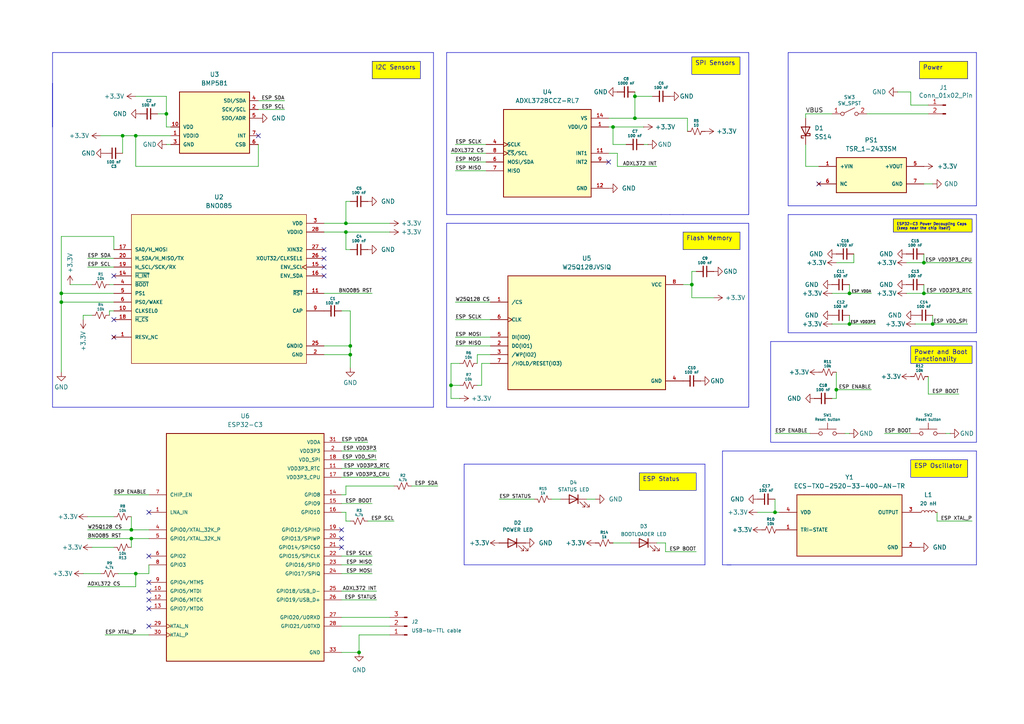
<source format=kicad_sch>
(kicad_sch (version 20250114) (generator "eeschema") (generator_version "9.0")
  (paper "A4")
  (text_box "ESP32-C3 Power Decoupling Caps\n(keep near the chip itself)\n" (at 259.08 63.5 0) (size 22.86 3.81) (margins 0.9525 0.9525 0.9525 0.9525) (fill (type color) (color 255 255 0 1)) (effects (font (size 0.762 0.762)) (justify left top)))
  (text_box "ESP Status" (at 185.42 137.16 0) (size 16.51 5.08) (margins 0.9525 0.9525 0.9525 0.9525) (fill (type color) (color 255 255 0 1)) (effects (font (size 1.27 1.27)) (justify left top)))
  (text_box "Power and Boot Functionality" (at 264.16 100.33 0) (size 17.78 5.08) (margins 0.9525 0.9525 0.9525 0.9525) (fill (type color) (color 255 255 0 1)) (effects (font (size 1.27 1.27)) (justify left top)))
  (text_box "Flash Memory" (at 198.12 67.31 0) (size 16.51 5.08) (margins 0.9525 0.9525 0.9525 0.9525) (fill (type color) (color 255 255 0 1)) (effects (font (size 1.27 1.27)) (justify left top)))
  (text_box "SPI Sensors" (at 200.66 16.51 0) (size 13.97 5.08) (margins 0.9525 0.9525 0.9525 0.9525) (fill (type color) (color 255 255 0 1)) (effects (font (size 1.27 1.27)) (justify left top)))
  (text_box "ESP Oscillator" (at 264.16 133.35 0) (size 16.51 5.08) (margins 0.9525 0.9525 0.9525 0.9525) (fill (type color) (color 255 255 0 1)) (effects (font (size 1.27 1.27)) (justify left top)))
  (text_box "I2C Sensors" (at 107.95 17.78 0) (size 13.97 5.08) (margins 0.9525 0.9525 0.9525 0.9525) (fill (type color) (color 255 255 0 1)) (effects (font (size 1.27 1.27)) (justify left top)))
  (text_box "Power" (at 266.7 17.78 0) (size 13.97 5.08) (margins 0.9525 0.9525 0.9525 0.9525) (fill (type color) (color 255 255 0 1)) (effects (font (size 1.27 1.27)) (justify left top)))
  (junction (at 48.26 33.02))
  (junction (at 246.38 93.98))
  (junction (at 270.51 93.98))
  (junction (at 101.6 100.33))
  (junction (at 104.14 189.23))
  (junction (at 17.78 85.09))
  (junction (at 101.6 102.87))
  (junction (at 246.38 85.09))
  (junction (at 130.81 111.76))
  (junction (at 39.37 39.37))
  (junction (at 267.97 85.09))
  (junction (at 242.57 113.03))
  (junction (at 177.8 36.83))
  (junction (at 100.33 67.31))
  (junction (at 39.37 166.37))
  (junction (at 224.79 148.59))
  (junction (at 100.33 64.77))
  (junction (at 200.66 82.55))
  (junction (at 184.15 27.94))
  (junction (at 184.15 34.29))
  (junction (at 38.1 156.21))
  (junction (at 17.78 87.63))
  (junction (at 267.97 76.2))
  (junction (at 35.56 39.37))
  (junction (at 38.1 153.67))
  (no_connect (at 43.18 161.29))
  (no_connect (at 43.18 168.91))
  (no_connect (at 43.18 176.53))
  (no_connect (at 74.93 39.37))
  (no_connect (at 33.02 80.01))
  (no_connect (at 93.98 80.01))
  (no_connect (at 93.98 72.39))
  (no_connect (at 99.06 156.21))
  (no_connect (at 99.06 153.67))
  (no_connect (at 33.02 92.71))
  (no_connect (at 43.18 171.45))
  (no_connect (at 99.06 158.75))
  (no_connect (at 93.98 77.47))
  (no_connect (at 33.02 97.79))
  (no_connect (at 176.53 46.99))
  (no_connect (at 237.49 53.34))
  (no_connect (at 93.98 74.93))
  (no_connect (at 43.18 173.99))
  (no_connect (at 43.18 181.61))
  (no_connect (at 43.18 148.59))
  (wire (pts (xy 101.6 100.33) (xy 101.6 102.87)))
  (wire (pts (xy 38.1 153.67) (xy 43.18 153.67)))
  (wire (pts (xy 43.18 166.37) (xy 43.18 163.83)))
  (wire (pts (xy 99.06 171.45) (xy 109.22 171.45)))
  (wire (pts (xy 100.33 140.97) (xy 100.33 143.51)))
  (wire (pts (xy 93.98 64.77) (xy 100.33 64.77)))
  (polyline (pts (xy 129.54 15.24) (xy 129.54 62.23)))
  (polyline (pts (xy 228.6 96.52) (xy 283.21 96.52)))
  (wire (pts (xy 39.37 166.37) (xy 43.18 166.37)))
  (wire (pts (xy 101.6 151.13) (xy 100.33 151.13)))
  (polyline (pts (xy 217.17 64.77) (xy 129.54 64.77)))
  (wire (pts (xy 38.1 156.21) (xy 38.1 158.75)))
  (wire (pts (xy 269.24 109.22) (xy 269.24 114.3)))
  (wire (pts (xy 193.04 160.02) (xy 201.93 160.02)))
  (wire (pts (xy 130.81 115.57) (xy 133.35 115.57)))
  (wire (pts (xy 184.15 27.94) (xy 189.23 27.94)))
  (wire (pts (xy 224.79 144.78) (xy 224.79 148.59)))
  (polyline (pts (xy 204.47 134.62) (xy 134.62 134.62)))
  (wire (pts (xy 200.66 86.36) (xy 207.01 86.36)))
  (wire (pts (xy 99.06 146.05) (xy 107.95 146.05)))
  (polyline (pts (xy 134.62 163.83) (xy 204.47 163.83)))
  (polyline (pts (xy 15.24 15.24) (xy 15.24 36.83)))
  (polyline (pts (xy 204.47 163.83) (xy 204.47 134.62)))
  (wire (pts (xy 224.79 125.73) (xy 234.95 125.73)))
  (wire (pts (xy 256.54 125.73) (xy 264.16 125.73)))
  (wire (pts (xy 99.06 148.59) (xy 100.33 148.59)))
  (wire (pts (xy 176.53 34.29) (xy 184.15 34.29)))
  (wire (pts (xy 275.59 125.73) (xy 274.32 125.73)))
  (wire (pts (xy 45.72 33.02) (xy 48.26 33.02)))
  (polyline (pts (xy 228.6 62.23) (xy 228.6 96.52)))
  (wire (pts (xy 269.24 114.3) (xy 278.13 114.3)))
  (wire (pts (xy 104.14 184.15) (xy 104.14 189.23)))
  (wire (pts (xy 199.39 38.1) (xy 199.39 34.29)))
  (polyline (pts (xy 228.6 15.24) (xy 228.6 59.69)))
  (wire (pts (xy 99.06 135.89) (xy 113.03 135.89)))
  (wire (pts (xy 99.06 173.99) (xy 109.22 173.99)))
  (wire (pts (xy 48.26 33.02) (xy 48.26 36.83)))
  (wire (pts (xy 17.78 85.09) (xy 33.02 85.09)))
  (wire (pts (xy 132.08 92.71) (xy 142.24 92.71)))
  (wire (pts (xy 144.78 144.78) (xy 154.94 144.78)))
  (polyline (pts (xy 217.17 118.11) (xy 217.17 115.57)))
  (wire (pts (xy 184.15 27.94) (xy 184.15 34.29)))
  (wire (pts (xy 101.6 102.87) (xy 93.98 102.87)))
  (wire (pts (xy 138.43 102.87) (xy 138.43 105.41)))
  (polyline (pts (xy 217.17 104.14) (xy 217.17 64.77)))
  (wire (pts (xy 101.6 58.42) (xy 100.33 58.42)))
  (polyline (pts (xy 223.52 99.06) (xy 283.21 99.06)))
  (wire (pts (xy 267.97 82.55) (xy 267.97 85.09)))
  (polyline (pts (xy 283.21 15.24) (xy 228.6 15.24)))
  (polyline (pts (xy 129.54 118.11) (xy 191.77 118.11)))
  (wire (pts (xy 74.93 29.21) (xy 82.55 29.21)))
  (wire (pts (xy 246.38 91.44) (xy 246.38 93.98)))
  (polyline (pts (xy 198.12 62.23) (xy 217.17 62.23)))
  (wire (pts (xy 251.46 33.02) (xy 269.24 33.02)))
  (wire (pts (xy 93.98 100.33) (xy 101.6 100.33)))
  (wire (pts (xy 99.06 133.35) (xy 109.22 133.35)))
  (wire (pts (xy 74.93 48.26) (xy 39.37 48.26)))
  (wire (pts (xy 193.04 160.02) (xy 193.04 157.48)))
  (wire (pts (xy 264.16 30.48) (xy 269.24 30.48)))
  (wire (pts (xy 170.18 144.78) (xy 172.72 144.78)))
  (polyline (pts (xy 217.17 104.14) (xy 217.17 115.57)))
  (wire (pts (xy 39.37 170.18) (xy 39.37 166.37)))
  (wire (pts (xy 99.06 163.83) (xy 107.95 163.83)))
  (wire (pts (xy 267.97 85.09) (xy 281.94 85.09)))
  (wire (pts (xy 130.81 105.41) (xy 130.81 111.76)))
  (wire (pts (xy 132.08 100.33) (xy 142.24 100.33)))
  (wire (pts (xy 35.56 39.37) (xy 35.56 44.45)))
  (wire (pts (xy 38.1 156.21) (xy 43.18 156.21)))
  (wire (pts (xy 200.66 78.74) (xy 201.93 78.74)))
  (wire (pts (xy 130.81 111.76) (xy 130.81 115.57)))
  (wire (pts (xy 99.06 130.81) (xy 109.22 130.81)))
  (wire (pts (xy 176.53 36.83) (xy 177.8 36.83)))
  (wire (pts (xy 130.81 111.76) (xy 133.35 111.76)))
  (wire (pts (xy 99.06 161.29) (xy 107.95 161.29)))
  (polyline (pts (xy 281.94 128.27) (xy 223.52 128.27)))
  (wire (pts (xy 219.71 148.59) (xy 224.79 148.59)))
  (wire (pts (xy 48.26 27.94) (xy 48.26 33.02)))
  (polyline (pts (xy 217.17 53.34) (xy 217.17 62.23)))
  (wire (pts (xy 24.13 166.37) (xy 29.21 166.37)))
  (wire (pts (xy 142.24 102.87) (xy 138.43 102.87)))
  (wire (pts (xy 100.33 72.39) (xy 100.33 67.31)))
  (wire (pts (xy 99.06 189.23) (xy 104.14 189.23)))
  (wire (pts (xy 99.06 166.37) (xy 107.95 166.37)))
  (wire (pts (xy 162.56 144.78) (xy 160.02 144.78)))
  (wire (pts (xy 142.24 105.41) (xy 139.7 105.41)))
  (polyline (pts (xy 283.21 15.24) (xy 283.21 59.69)))
  (wire (pts (xy 26.67 158.75) (xy 33.02 158.75)))
  (wire (pts (xy 100.33 143.51) (xy 99.06 143.51)))
  (wire (pts (xy 271.78 151.13) (xy 281.94 151.13)))
  (wire (pts (xy 246.38 93.98) (xy 254 93.98)))
  (wire (pts (xy 25.4 156.21) (xy 38.1 156.21)))
  (wire (pts (xy 247.65 73.66) (xy 247.65 76.2)))
  (wire (pts (xy 17.78 85.09) (xy 17.78 87.63)))
  (wire (pts (xy 233.68 33.02) (xy 241.3 33.02)))
  (wire (pts (xy 270.51 53.34) (xy 267.97 53.34)))
  (wire (pts (xy 100.33 58.42) (xy 100.33 64.77)))
  (wire (pts (xy 49.53 41.91) (xy 48.26 41.91)))
  (wire (pts (xy 130.81 44.45) (xy 140.97 44.45)))
  (wire (pts (xy 99.06 179.07) (xy 113.03 179.07)))
  (polyline (pts (xy 283.21 96.52) (xy 283.21 62.23)))
  (wire (pts (xy 242.57 115.57) (xy 242.57 113.03)))
  (wire (pts (xy 246.38 125.73) (xy 245.11 125.73)))
  (polyline (pts (xy 283.21 130.81) (xy 209.55 130.81)))
  (wire (pts (xy 99.06 90.17) (xy 101.6 90.17)))
  (wire (pts (xy 177.8 36.83) (xy 177.8 41.91)))
  (wire (pts (xy 33.02 143.51) (xy 43.18 143.51)))
  (wire (pts (xy 101.6 106.68) (xy 101.6 102.87)))
  (wire (pts (xy 260.35 26.67) (xy 264.16 26.67)))
  (wire (pts (xy 241.3 93.98) (xy 246.38 93.98)))
  (wire (pts (xy 31.75 90.17) (xy 31.75 91.44)))
  (wire (pts (xy 132.08 41.91) (xy 140.97 41.91)))
  (wire (pts (xy 179.07 44.45) (xy 179.07 48.26)))
  (polyline (pts (xy 195.58 118.11) (xy 217.17 118.11)))
  (polyline (pts (xy 191.77 62.23) (xy 194.31 62.23)))
  (wire (pts (xy 104.14 184.15) (xy 113.03 184.15)))
  (polyline (pts (xy 217.17 53.34) (xy 217.17 15.24)))
  (wire (pts (xy 233.68 41.91) (xy 233.68 48.26)))
  (wire (pts (xy 25.4 77.47) (xy 33.02 77.47)))
  (wire (pts (xy 25.4 170.18) (xy 39.37 170.18)))
  (wire (pts (xy 200.66 78.74) (xy 200.66 82.55)))
  (polyline (pts (xy 129.54 64.77) (xy 129.54 118.11)))
  (polyline (pts (xy 191.77 118.11) (xy 195.58 118.11)))
  (polyline (pts (xy 228.6 59.69) (xy 283.21 59.69)))
  (polyline (pts (xy 125.73 15.24) (xy 15.24 15.24)))
  (wire (pts (xy 193.04 157.48) (xy 190.5 157.48)))
  (wire (pts (xy 132.08 97.79) (xy 142.24 97.79)))
  (wire (pts (xy 101.6 90.17) (xy 101.6 100.33)))
  (polyline (pts (xy 217.17 15.24) (xy 129.54 15.24)))
  (polyline (pts (xy 129.54 62.23) (xy 191.77 62.23)))
  (polyline (pts (xy 283.21 62.23) (xy 228.6 62.23)))
  (wire (pts (xy 233.68 48.26) (xy 237.49 48.26)))
  (wire (pts (xy 39.37 27.94) (xy 48.26 27.94)))
  (wire (pts (xy 114.3 151.13) (xy 106.68 151.13)))
  (wire (pts (xy 130.81 105.41) (xy 133.35 105.41)))
  (wire (pts (xy 24.13 91.44) (xy 26.67 91.44)))
  (polyline (pts (xy 125.73 118.11) (xy 125.73 15.24)))
  (wire (pts (xy 29.21 39.37) (xy 35.56 39.37)))
  (wire (pts (xy 24.13 92.71) (xy 24.13 91.44)))
  (wire (pts (xy 99.06 128.27) (xy 106.68 128.27)))
  (wire (pts (xy 271.78 148.59) (xy 271.78 151.13)))
  (wire (pts (xy 127 140.97) (xy 119.38 140.97)))
  (wire (pts (xy 74.93 41.91) (xy 74.93 48.26)))
  (wire (pts (xy 233.68 33.02) (xy 233.68 34.29)))
  (wire (pts (xy 48.26 36.83) (xy 49.53 36.83)))
  (wire (pts (xy 200.66 86.36) (xy 200.66 82.55)))
  (wire (pts (xy 267.97 73.66) (xy 267.97 76.2)))
  (wire (pts (xy 267.97 76.2) (xy 281.94 76.2)))
  (wire (pts (xy 25.4 74.93) (xy 33.02 74.93)))
  (wire (pts (xy 246.38 82.55) (xy 246.38 85.09)))
  (wire (pts (xy 93.98 85.09) (xy 107.95 85.09)))
  (polyline (pts (xy 134.62 134.62) (xy 134.62 163.83)))
  (wire (pts (xy 114.3 140.97) (xy 100.33 140.97)))
  (wire (pts (xy 20.32 82.55) (xy 26.67 82.55)))
  (wire (pts (xy 187.96 41.91) (xy 186.69 41.91)))
  (wire (pts (xy 100.33 151.13) (xy 100.33 148.59)))
  (wire (pts (xy 34.29 166.37) (xy 39.37 166.37)))
  (polyline (pts (xy 194.31 62.23) (xy 198.12 62.23)))
  (wire (pts (xy 177.8 36.83) (xy 186.69 36.83)))
  (polyline (pts (xy 283.21 163.83) (xy 283.21 130.81)))
  (wire (pts (xy 182.88 157.48) (xy 177.8 157.48)))
  (wire (pts (xy 35.56 39.37) (xy 39.37 39.37)))
  (wire (pts (xy 179.07 48.26) (xy 190.5 48.26)))
  (polyline (pts (xy 15.24 24.13) (xy 15.24 118.11)))
  (wire (pts (xy 176.53 44.45) (xy 179.07 44.45)))
  (wire (pts (xy 199.39 34.29) (xy 184.15 34.29)))
  (wire (pts (xy 241.3 115.57) (xy 242.57 115.57)))
  (wire (pts (xy 242.57 76.2) (xy 247.65 76.2)))
  (polyline (pts (xy 283.21 99.06) (xy 283.21 128.27)))
  (wire (pts (xy 33.02 68.58) (xy 33.02 72.39)))
  (wire (pts (xy 265.43 93.98) (xy 270.51 93.98)))
  (wire (pts (xy 241.3 85.09) (xy 246.38 85.09)))
  (wire (pts (xy 74.93 31.75) (xy 82.55 31.75)))
  (wire (pts (xy 262.89 85.09) (xy 267.97 85.09)))
  (wire (pts (xy 30.48 184.15) (xy 43.18 184.15)))
  (wire (pts (xy 139.7 111.76) (xy 138.43 111.76)))
  (wire (pts (xy 39.37 48.26) (xy 39.37 39.37)))
  (polyline (pts (xy 281.94 128.27) (xy 283.21 128.27)))
  (wire (pts (xy 33.02 90.17) (xy 31.75 90.17)))
  (wire (pts (xy 38.1 149.86) (xy 38.1 153.67)))
  (wire (pts (xy 224.79 148.59) (xy 226.06 148.59)))
  (wire (pts (xy 198.12 82.55) (xy 200.66 82.55)))
  (wire (pts (xy 25.4 149.86) (xy 33.02 149.86)))
  (wire (pts (xy 101.6 72.39) (xy 100.33 72.39)))
  (wire (pts (xy 100.33 67.31) (xy 113.03 67.31)))
  (wire (pts (xy 17.78 87.63) (xy 17.78 107.95)))
  (wire (pts (xy 270.51 93.98) (xy 280.67 93.98)))
  (wire (pts (xy 17.78 68.58) (xy 17.78 85.09)))
  (wire (pts (xy 132.08 49.53) (xy 140.97 49.53)))
  (wire (pts (xy 246.38 85.09) (xy 252.73 85.09)))
  (wire (pts (xy 39.37 39.37) (xy 49.53 39.37)))
  (polyline (pts (xy 209.55 130.81) (xy 209.55 163.83)))
  (wire (pts (xy 242.57 107.95) (xy 242.57 113.03)))
  (wire (pts (xy 264.16 26.67) (xy 264.16 30.48)))
  (wire (pts (xy 31.75 82.55) (xy 33.02 82.55)))
  (wire (pts (xy 100.33 64.77) (xy 113.03 64.77)))
  (polyline (pts (xy 15.24 118.11) (xy 125.73 118.11)))
  (polyline (pts (xy 209.55 163.83) (xy 212.09 163.83)))
  (wire (pts (xy 99.06 138.43) (xy 113.03 138.43)))
  (wire (pts (xy 262.89 76.2) (xy 267.97 76.2)))
  (wire (pts (xy 132.08 87.63) (xy 142.24 87.63)))
  (wire (pts (xy 17.78 87.63) (xy 33.02 87.63)))
  (polyline (pts (xy 223.52 128.27) (xy 223.52 99.06)))
  (wire (pts (xy 270.51 91.44) (xy 270.51 93.98)))
  (wire (pts (xy 139.7 105.41) (xy 139.7 111.76)))
  (wire (pts (xy 99.06 181.61) (xy 113.03 181.61)))
  (wire (pts (xy 184.15 26.67) (xy 184.15 27.94)))
  (wire (pts (xy 132.08 46.99) (xy 140.97 46.99)))
  (polyline (pts (xy 210.82 163.83) (xy 283.21 163.83)))
  (wire (pts (xy 17.78 68.58) (xy 33.02 68.58)))
  (wire (pts (xy 93.98 67.31) (xy 100.33 67.31)))
  (wire (pts (xy 177.8 41.91) (xy 181.61 41.91)))
  (wire (pts (xy 25.4 153.67) (xy 38.1 153.67)))
  (wire (pts (xy 242.57 113.03) (xy 252.73 113.03)))
  (label "VBUS" (at 233.68 33.02 0))
  (label "ESP ENABLE" (at 224.79 125.73 0) (effects (font (size 1.016 1.016))))
  (label "BNO085 RST" (at 107.95 85.09 180) (effects (font (size 1.016 1.016))))
  (label "ESP SDA" (at 25.4 74.93 0) (effects (font (size 1.016 1.016))))
  (label "ESP ENABLE" (at 252.73 113.03 180) (effects (font (size 1.016 1.016))))
  (label "ESP VDDA" (at 252.73 85.09 180) (effects (font (size 0.762 0.762))))
  (label "ESP MOSI" (at 132.08 97.79 0) (effects (font (size 1.016 1.016))))
  (label "ESP MISO" (at 132.08 100.33 0) (effects (font (size 1.016 1.016))))
  (label "ESP SCL" (at 114.3 151.13 180) (effects (font (size 1.016 1.016))))
  (label "ESP STATUS" (at 109.22 173.99 180) (effects (font (size 1.016 1.016))))
  (label "ESP VDDA" (at 106.68 128.27 180) (effects (font (size 1.016 1.016))))
  (label "ESP VDD_SPI" (at 280.67 93.98 180) (effects (font (size 1.016 1.016))))
  (label "ADXL372 INT" (at 190.5 48.26 180) (effects (font (size 1.016 1.016))))
  (label "ESP SCLK" (at 132.08 92.71 0) (effects (font (size 1.016 1.016))))
  (label "ESP XTAL_P" (at 281.94 151.13 180) (effects (font (size 1.016 1.016))))
  (label "ESP MOSI" (at 107.95 166.37 180) (effects (font (size 1.016 1.016))))
  (label "ESP VDD3P3" (at 254 93.98 180) (effects (font (size 0.762 0.762))))
  (label "ESP VDD3P3_CPU" (at 113.03 138.43 180) (effects (font (size 1.016 1.016))))
  (label "ADXL372 CS" (at 130.81 44.45 0) (effects (font (size 1.016 1.016))))
  (label "ADXL372 INT" (at 109.22 171.45 180) (effects (font (size 1.016 1.016))))
  (label "ESP BOOT" (at 278.13 114.3 180) (effects (font (size 1.016 1.016))))
  (label "ESP SCL" (at 25.4 77.47 0) (effects (font (size 1.016 1.016))))
  (label "ESP MISO" (at 132.08 49.53 0) (effects (font (size 1.016 1.016))))
  (label "ESP VDD_SPI" (at 109.22 133.35 180) (effects (font (size 1.016 1.016))))
  (label "ESP SCLK" (at 107.95 161.29 180) (effects (font (size 1.016 1.016))))
  (label "ESP STATUS" (at 144.78 144.78 0) (effects (font (size 1.016 1.016))))
  (label "ESP MOSI" (at 132.08 46.99 0) (effects (font (size 1.016 1.016))))
  (label "ESP SCL" (at 82.55 31.75 180) (effects (font (size 1.016 1.016))))
  (label "ESP VDD3P3_CPU" (at 281.94 76.2 180) (effects (font (size 1.016 1.016))))
  (label "ESP SDA" (at 82.55 29.21 180) (effects (font (size 1.016 1.016))))
  (label "ESP SDA" (at 127 140.97 180) (effects (font (size 1.016 1.016))))
  (label "ESP XTAL_P" (at 30.48 184.15 0) (effects (font (size 1.016 1.016))))
  (label "ESP ENABLE" (at 33.02 143.51 0) (effects (font (size 1.016 1.016))))
  (label "ESP BOOT" (at 256.54 125.73 0) (effects (font (size 1.016 1.016))))
  (label "ESP SCLK" (at 132.08 41.91 0) (effects (font (size 1.016 1.016))))
  (label "W25Q128 CS" (at 25.4 153.67 0) (effects (font (size 1.016 1.016))))
  (label "BNO085 RST" (at 25.4 156.21 0) (effects (font (size 1.016 1.016))))
  (label "ESP MISO" (at 107.95 163.83 180) (effects (font (size 1.016 1.016))))
  (label "ADXL372 CS" (at 25.4 170.18 0) (effects (font (size 1.016 1.016))))
  (label "ESP VDD3P3" (at 109.22 130.81 180) (effects (font (size 1.016 1.016))))
  (label "W25Q128 CS" (at 132.08 87.63 0) (effects (font (size 1.016 1.016))))
  (label "ESP VDD3P3_RTC" (at 113.03 135.89 180) (effects (font (size 1.016 1.016))))
  (label "ESP BOOT" (at 107.95 146.05 180) (effects (font (size 1.016 1.016))))
  (label "ESP VDD3P3_RTC" (at 281.94 85.09 180) (effects (font (size 1.016 1.016))))
  (label "ESP BOOT" (at 201.93 160.02 180) (effects (font (size 1.016 1.016))))
  (symbol (lib_id "power:GND") (at 262.89 82.55 270) (mirror x) (unit 1)
    (property "Reference" "#PWR024" (effects (hide yes)))
    (property "Value" "GND" (at 259.08 82.5499 90) (effects (justify right)))
    (property "Description" "Power symbol creates a global label with name \"GND\" , ground" (effects (hide yes)))
  )
  (symbol (lib_id "power:GND") (at 106.68 72.39 90) (unit 1)
    (property "Reference" "#PWR09" (effects (hide yes)))
    (property "Value" "GND" (at 110.49 72.3899 90) (effects (justify right)))
    (property "Description" "Power symbol creates a global label with name \"GND\" , ground" (effects (hide yes)))
  )
  (symbol (lib_id "power:+3.3V") (at 20.32 82.55 0) (mirror y) (unit 1)
    (property "Reference" "#PWR039" (effects (hide yes)))
    (property "Value" "+3.3V" (at 20.32 79.248 90) (effects (justify left)))
    (property "Description" "Power symbol creates a global label with name \"+3.3V\"" (effects (hide yes)))
  )
  (symbol (lib_id "power:+3.3V") (at 144.78 157.48 90) (mirror x) (unit 1)
    (property "Reference" "#PWR053" (effects (hide yes)))
    (property "Value" "+3.3V" (at 141.986 157.48 90) (effects (justify left)))
    (property "Description" "Power symbol creates a global label with name \"+3.3V\"" (effects (hide yes)))
  )
  (symbol (lib_id "power:GND") (at 275.59 125.73 90) (unit 1)
    (property "Reference" "#PWR051" (effects (hide yes)))
    (property "Value" "GND" (at 278.384 125.73 90) (effects (justify right)))
    (property "Description" "Power symbol creates a global label with name \"GND\" , ground" (effects (hide yes)))
  )
  (symbol (lib_id "power:+3.3V") (at 264.16 109.22 90) (unit 1)
    (property "Reference" "#PWR050" (effects (hide yes)))
    (property "Value" "+3.3V" (at 261.366 109.22 90) (effects (justify left)))
    (property "Description" "Power symbol creates a global label with name \"+3.3V\"" (effects (hide yes)))
  )
  (symbol (lib_id "Device:R_Small_US") (at 135.89 105.41 270) (unit 1)
    (property "Reference" "R6" (at 135.89 102.362 90) (effects (font (size 0.762 0.762))))
    (property "Value" "10k" (at 135.89 103.632 90) (effects (font (size 0.762 0.762))))
    (property "Description" "Resistor, small US symbol" (effects (hide yes)))
  )
  (symbol (lib_id "Device:R_Small_US") (at 31.75 166.37 270) (unit 1)
    (property "Reference" "R9" (at 31.75 163.322 90) (effects (font (size 0.762 0.762))))
    (property "Value" "4.7k" (at 31.75 164.592 90) (effects (font (size 0.762 0.762))))
    (property "Description" "Resistor, small US symbol" (effects (hide yes)))
  )
  (symbol (lib_id "power:GND") (at 152.4 157.48 90) (unit 1)
    (property "Reference" "#PWR054" (effects (hide yes)))
    (property "Value" "GND" (at 156.21 157.4799 90) (effects (justify right)))
    (property "Description" "Power symbol creates a global label with name \"GND\" , ground" (effects (hide yes)))
  )
  (symbol (lib_id "power:GND") (at 270.51 53.34 90) (unit 1)
    (property "Reference" "#PWR017" (effects (hide yes)))
    (property "Value" "GND" (at 273.812 53.34 90) (effects (justify right)))
    (property "Description" "Power symbol creates a global label with name \"GND\" , ground" (effects (hide yes)))
  )
  (symbol (lib_id "power:+3.3V") (at 241.3 93.98 90) (unit 1)
    (property "Reference" "#PWR023" (effects (hide yes)))
    (property "Value" "+3.3V" (at 238.506 93.98 90) (effects (justify left)))
    (property "Description" "Power symbol creates a global label with name \"+3.3V\"" (effects (hide yes)))
  )
  (symbol (lib_id "Device:C_Small") (at 96.52 90.17 270) (unit 1)
    (property "Reference" "C1" (at 96.52 86.614 90) (effects (font (size 0.762 0.762))))
    (property "Value" "100 nF" (at 96.52 87.884 90) (effects (font (size 0.762 0.762))))
    (property "Description" "Unpolarized capacitor, small symbol" (effects (hide yes)))
  )
  (symbol (lib_id "Device:LED") (at 148.59 157.48 0) (mirror y) (unit 1)
    (property "Reference" "D2" (at 150.114 151.638 0) (effects (font (size 1.016 1.016))))
    (property "Value" "POWER LED" (at 150.1775 153.67 0) (effects (font (size 1.016 1.016))))
    (property "Description" "Light emitting diode" (effects (hide yes)))
    (property "Sim.Pins" "1=K 2=A" (effects (hide yes)))
  )
  (symbol (lib_id "power:GND") (at 241.3 91.44 270) (mirror x) (unit 1)
    (property "Reference" "#PWR022" (effects (hide yes)))
    (property "Value" "GND" (at 237.49 91.4399 90) (effects (justify right)))
    (property "Description" "Power symbol creates a global label with name \"GND\" , ground" (effects (hide yes)))
  )
  (symbol (lib_id "power:+3.3V") (at 133.35 115.57 270) (unit 1)
    (property "Reference" "#PWR037" (effects (hide yes)))
    (property "Value" "+3.3V" (at 136.652 115.57 90) (effects (justify left)))
    (property "Description" "Power symbol creates a global label with name \"+3.3V\"" (effects (hide yes)))
  )
  (symbol (lib_id "Device:R_Small_US") (at 240.03 107.95 270) (unit 1)
    (property "Reference" "R11" (at 240.03 104.902 90) (effects (font (size 0.762 0.762))))
    (property "Value" "10k" (at 240.03 106.172 90) (effects (font (size 0.762 0.762))))
    (property "Description" "Resistor, small US symbol" (effects (hide yes)))
  )
  (symbol (lib_id "Switch:SW_Push") (at 269.24 125.73 0) (unit 1)
    (property "Reference" "SW2" (at 269.24 120.396 0) (effects (font (size 0.762 0.762))))
    (property "Value" "Reset button" (at 269.24 121.666 0) (effects (font (size 0.762 0.762))))
    (property "Description" "Push button switch, generic, two pins" (effects (hide yes)))
  )
  (symbol (lib_id "power:GND") (at 179.07 26.67 270) (unit 1)
    (property "Reference" "#PWR013" (effects (hide yes)))
    (property "Value" "GND" (at 176.276 26.67 90) (effects (justify right)))
    (property "Description" "Power symbol creates a global label with name \"GND\" , ground" (effects (hide yes)))
  )
  (symbol (lib_id "Device:C_Small") (at 43.18 33.02 270) (unit 1)
    (property "Reference" "C2" (at 43.18 29.21 90) (effects (font (size 0.762 0.762))))
    (property "Value" "100 nF" (at 43.18 30.48 90) (effects (font (size 0.762 0.762))))
    (property "Description" "Unpolarized capacitor, small symbol" (effects (hide yes)))
  )
  (symbol (lib_id "crystals_additional:ECS-TXO-2520-33-400-AN-TR") (at 246.38 151.13 0) (unit 1)
    (property "Reference" "Y1" (at 246.38 138.43 0))
    (property "Value" "ECS-TXO-2520-33-400-AN-TR" (at 246.38 140.97 0))
    (property "Footprint" "ECS-TXO-2520-33-400-AN-TR:OSC_ECS-TXO-2520-33-400-AN-TR" (effects (hide yes)))
    (property "MF" "ECS Inc." (effects (hide yes)))
    (property "Description_1" "40 MHz TCXO HCMOS Oscillator 3.3V Enable/Disable 4-SMD, No Lead" (effects (hide yes)))
    (property "Package" "SMD-4 ECS Inc." (effects (hide yes)))
    (property "Price" "None" (effects (hide yes)))
    (property "Check_prices" "https://www.snapeda.com/parts/ECS-TXO-2520-33-400-AN-TR/ECS/view-part/?ref=eda" (effects (hide yes)))
    (property "STANDARD" "Manufcaturer Recommendations" (effects (hide yes)))
    (property "PARTREV" "2017" (effects (hide yes)))
    (property "SnapEDA_Link" "https://www.snapeda.com/parts/ECS-TXO-2520-33-400-AN-TR/ECS/view-part/?ref=snap" (effects (hide yes)))
    (property "MP" "ECS-TXO-2520-33-400-AN-TR" (effects (hide yes)))
    (property "Availability" "In Stock" (effects (hide yes)))
    (property "MANUFACTURER" "ECS INC" (effects (hide yes)))
  )
  (symbol (lib_id "power:+3.3V") (at 207.01 86.36 270) (mirror x) (unit 1)
    (property "Reference" "#PWR044" (effects (hide yes)))
    (property "Value" "+3.3V" (at 210.312 86.36 90) (effects (justify left)))
    (property "Description" "Power symbol creates a global label with name \"+3.3V\"" (effects (hide yes)))
  )
  (symbol (lib_id "power:+3.3V") (at 241.3 85.09 90) (unit 1)
    (property "Reference" "#PWR026" (effects (hide yes)))
    (property "Value" "+3.3V" (at 238.506 85.09 90) (effects (justify left)))
    (property "Description" "Power symbol creates a global label with name \"+3.3V\"" (effects (hide yes)))
  )
  (symbol (lib_id "power:GND") (at 172.72 144.78 90) (unit 1)
    (property "Reference" "#PWR055" (effects (hide yes)))
    (property "Value" "GND" (at 176.53 144.7799 90) (effects (justify right)))
    (property "Description" "Power symbol creates a global label with name \"GND\" , ground" (effects (hide yes)))
  )
  (symbol (lib_id "Device:C_Small") (at 33.02 44.45 90) (unit 1)
    (property "Reference" "C3" (at 33.02 48.26 90) (effects (font (size 0.762 0.762))))
    (property "Value" "100 nF" (at 33.02 46.99 90) (effects (font (size 0.762 0.762))))
    (property "Description" "Unpolarized capacitor, small symbol" (effects (hide yes)))
  )
  (symbol (lib_id "Device:C_Small") (at 222.25 144.78 90) (mirror x) (unit 1)
    (property "Reference" "C17" (at 222.25 140.97 90) (effects (font (size 0.762 0.762))))
    (property "Value" "100 nF" (at 222.25 142.24 90) (effects (font (size 0.762 0.762))))
    (property "Description" "Unpolarized capacitor, small symbol" (effects (hide yes)))
  )
  (symbol (lib_id "sensor_motion_additonal:BNO085") (at 63.5 82.55 0) (unit 1)
    (property "Reference" "U2" (at 63.5 57.15 0))
    (property "Value" "BNO085" (at 63.5 59.69 0))
    (property "Footprint" "BNO085:IC_BNO085" (effects (hide yes)))
    (property "MF" "Hillcrest Laboratories," (effects (hide yes)))
    (property "MAXIMUM_PACKAGE_HEIGHT" "1.18mm" (effects (hide yes)))
    (property "Package" "TFLGA-28 Hillcrest Laboratories" (effects (hide yes)))
    (property "Price" "None" (effects (hide yes)))
    (property "Check_prices" "https://www.snapeda.com/parts/BNO085/Hillcrest+Laboratories%252C+Inc./view-part/?ref=eda" (effects (hide yes)))
    (property "STANDARD" "Manufacturer Recommendations" (effects (hide yes)))
    (property "PARTREV" "v1.17" (effects (hide yes)))
    (property "SnapEDA_Link" "https://www.snapeda.com/parts/BNO085/Hillcrest+Laboratories%252C+Inc./view-part/?ref=snap" (effects (hide yes)))
    (property "MP" "BNO085" (effects (hide yes)))
    (property "Description_1" "Accelerometer, Gyroscope, Magnetometer, 9 Axis Sensor I²C, SPI, UART Output" (effects (hide yes)))
    (property "Availability" "Not in stock" (effects (hide yes)))
    (property "MANUFACTURER" "Hillcrest Laboratories, Inc." (effects (hide yes)))
  )
  (symbol (lib_id "Device:R_Small_US") (at 29.21 82.55 270) (unit 1)
    (property "Reference" "R1" (at 29.21 79.502 90) (effects (font (size 0.762 0.762))))
    (property "Value" "10k" (at 29.21 80.772 90) (effects (font (size 0.762 0.762))))
    (property "Description" "Resistor, small US symbol" (effects (hide yes)))
  )
  (symbol (lib_id "power:GND") (at 74.93 34.29 90) (unit 1)
    (property "Reference" "#PWR08" (effects (hide yes)))
    (property "Value" "GND" (at 78.74 34.2899 90) (effects (justify right)))
    (property "Description" "Power symbol creates a global label with name \"GND\" , ground" (effects (hide yes)))
  )
  (symbol (lib_id "power:GND") (at 241.3 82.55 270) (mirror x) (unit 1)
    (property "Reference" "#PWR021" (effects (hide yes)))
    (property "Value" "GND" (at 237.49 82.5499 90) (effects (justify right)))
    (property "Description" "Power symbol creates a global label with name \"GND\" , ground" (effects (hide yes)))
  )
  (symbol (lib_id "Device:C_Small") (at 238.76 115.57 90) (mirror x) (unit 1)
    (property "Reference" "C18" (at 238.76 111.76 90) (effects (font (size 0.762 0.762))))
    (property "Value" "100 nF" (at 238.76 113.03 90) (effects (font (size 0.762 0.762))))
    (property "Description" "Unpolarized capacitor, small symbol" (effects (hide yes)))
  )
  (symbol (lib_id "microcontrollers_additional:ESP32-C3") (at 71.12 158.75 0) (unit 1)
    (property "Reference" "U6" (at 71.12 120.65 0))
    (property "Value" "ESP32-C3" (at 71.12 123.19 0))
    (property "Footprint" "ESP32-C3:QFN50P500X500X90-33N" (effects (hide yes)))
    (property "MF" "Espressif Systems" (effects (hide yes)))
    (property "MAXIMUM_PACKAGE_HEIGHT" "0.9mm" (effects (hide yes)))
    (property "Package" "VFQFN-32 Espressif Systems" (effects (hide yes)))
    (property "Price" "None" (effects (hide yes)))
    (property "Check_prices" "https://www.snapeda.com/parts/ESP32-C3/Espressif+Systems/view-part/?ref=eda" (effects (hide yes)))
    (property "STANDARD" "IPC-7351B" (effects (hide yes)))
    (property "PARTREV" "2.0" (effects (hide yes)))
    (property "SnapEDA_Link" "https://www.snapeda.com/parts/ESP32-C3/Espressif+Systems/view-part/?ref=snap" (effects (hide yes)))
    (property "MP" "ESP32-C3" (effects (hide yes)))
    (property "Description_1" "WiFi Modules (802.11) (Engineering Samples Only) SMD IC ESP32-C3, RISC-V single-core MCU, 2.4G Wi-Fi & BLE 5.0 combo, QFN 32-pin, 5*5 mm, 40 ~ 105C" (effects (hide yes)))
    (property "Availability" "In Stock" (effects (hide yes)))
    (property "MANUFACTURER" "Espressif Systems" (effects (hide yes)))
  )
  (symbol (lib_id "sensor_pressure_additional:BMP581") (at 62.23 36.83 0) (unit 1)
    (property "Reference" "U3" (at 62.23 21.59 0))
    (property "Value" "BMP581" (at 62.23 24.13 0))
    (property "Footprint" "BMP581:BMP581" (effects (hide yes)))
    (property "MF" "Bosch" (effects (hide yes)))
    (property "Description_1" "Very small, low-power and low noise 24-bit absolute barometric pressure sensor. This digital, high-performance sensor is ideally suited for a wide range of altitude tracking applications and offers outstanding design flexibility" (effects (hide yes)))
    (property "Package" "None" (effects (hide yes)))
    (property "Price" "None" (effects (hide yes)))
    (property "PROD_ID" "IC-16798" (effects (hide yes)))
    (property "SnapEDA_Link" "https://www.snapeda.com/parts/BMP581/Bosch/view-part/?ref=snap" (effects (hide yes)))
    (property "MP" "BMP581" (effects (hide yes)))
    (property "Availability" "In Stock" (effects (hide yes)))
    (property "Check_prices" "https://www.snapeda.com/parts/BMP581/Bosch/view-part/?ref=eda" (effects (hide yes)))
  )
  (symbol (lib_id "power:GND") (at 207.01 78.74 90) (unit 1)
    (property "Reference" "#PWR014" (effects (hide yes)))
    (property "Value" "GND" (at 209.804 78.74 90) (effects (justify right)))
    (property "Description" "Power symbol creates a global label with name \"GND\" , ground" (effects (hide yes)))
  )
  (symbol (lib_id "power:+3.3V") (at 262.89 76.2 90) (unit 1)
    (property "Reference" "#PWR030" (effects (hide yes)))
    (property "Value" "+3.3V" (at 260.096 76.2 90) (effects (justify left)))
    (property "Description" "Power symbol creates a global label with name \"+3.3V\"" (effects (hide yes)))
  )
  (symbol (lib_id "power:GND") (at 194.31 27.94 90) (unit 1)
    (property "Reference" "#PWR011" (effects (hide yes)))
    (property "Value" "GND" (at 197.104 27.94 90) (effects (justify right)))
    (property "Description" "Power symbol creates a global label with name \"GND\" , ground" (effects (hide yes)))
  )
  (symbol (lib_id "power:GND") (at 203.2 110.49 90) (unit 1)
    (property "Reference" "#PWR015" (effects (hide yes)))
    (property "Value" "GND" (at 205.994 110.49 90) (effects (justify right)))
    (property "Description" "Power symbol creates a global label with name \"GND\" , ground" (effects (hide yes)))
  )
  (symbol (lib_id "power:GND") (at 48.26 41.91 270) (unit 1)
    (property "Reference" "#PWR04" (effects (hide yes)))
    (property "Value" "GND" (at 45.466 41.91 90) (effects (justify right)))
    (property "Description" "Power symbol creates a global label with name \"GND\" , ground" (effects (hide yes)))
  )
  (symbol (lib_id "power:+3.3V") (at 113.03 64.77 270) (mirror x) (unit 1)
    (property "Reference" "#PWR042" (effects (hide yes)))
    (property "Value" "+3.3V" (at 116.332 64.77 90) (effects (justify left)))
    (property "Description" "Power symbol creates a global label with name \"+3.3V\"" (effects (hide yes)))
  )
  (symbol (lib_id "power:GND") (at 265.43 91.44 270) (mirror x) (unit 1)
    (property "Reference" "#PWR027" (effects (hide yes)))
    (property "Value" "GND" (at 261.62 91.4399 90) (effects (justify right)))
    (property "Description" "Power symbol creates a global label with name \"GND\" , ground" (effects (hide yes)))
  )
  (symbol (lib_id "power:GND") (at 219.71 144.78 270) (mirror x) (unit 1)
    (property "Reference" "#PWR034" (effects (hide yes)))
    (property "Value" "GND" (at 215.9 144.7799 90) (effects (justify right)))
    (property "Description" "Power symbol creates a global label with name \"GND\" , ground" (effects (hide yes)))
  )
  (symbol (lib_id "power:+3.3V") (at 267.97 48.26 270) (unit 1)
    (property "Reference" "#PWR01" (effects (hide yes)))
    (property "Value" "+3.3V" (at 271.78 48.2599 90) (effects (justify left)))
    (property "Description" "Power symbol creates a global label with name \"+3.3V\"" (effects (hide yes)))
  )
  (symbol (lib_id "Device:C_Small") (at 181.61 26.67 90) (unit 1)
    (property "Reference" "C8" (at 181.61 22.86 90) (effects (font (size 0.762 0.762))))
    (property "Value" "1000 nF" (at 181.61 24.13 90) (effects (font (size 0.762 0.762))))
    (property "Description" "Unpolarized capacitor, small symbol" (effects (hide yes)))
  )
  (symbol (lib_id "power:GND") (at 104.14 189.23 0) (unit 1)
    (property "Reference" "#PWR016" (effects (hide yes)))
    (property "Value" "GND" (at 104.14 194.31 0))
    (property "Description" "Power symbol creates a global label with name \"GND\" , ground" (effects (hide yes)))
  )
  (symbol (lib_id "Device:C_Small") (at 265.43 73.66 90) (mirror x) (unit 1)
    (property "Reference" "C15" (at 265.43 69.85 90) (effects (font (size 0.762 0.762))))
    (property "Value" "100 nF" (at 265.43 71.12 90) (effects (font (size 0.762 0.762))))
    (property "Description" "Unpolarized capacitor, small symbol" (effects (hide yes)))
  )
  (symbol (lib_id "Device:C_Small") (at 191.77 27.94 270) (unit 1)
    (property "Reference" "C6" (at 191.77 24.13 90) (effects (font (size 0.762 0.762))))
    (property "Value" "100 nF" (at 191.77 25.4 90) (effects (font (size 0.762 0.762))))
    (property "Description" "Unpolarized capacitor, small symbol" (effects (hide yes)))
  )
  (symbol (lib_id "power:GND") (at 17.78 107.95 0) (unit 1)
    (property "Reference" "#PWR05" (effects (hide yes)))
    (property "Value" "GND" (at 17.78 112.268 0))
    (property "Description" "Power symbol creates a global label with name \"GND\" , ground" (effects (hide yes)))
  )
  (symbol (lib_id "power:GND") (at 242.57 73.66 270) (mirror x) (unit 1)
    (property "Reference" "#PWR032" (effects (hide yes)))
    (property "Value" "GND" (at 238.76 73.6599 90) (effects (justify right)))
    (property "Description" "Power symbol creates a global label with name \"GND\" , ground" (effects (hide yes)))
  )
  (symbol (lib_id "Device:R_Small_US") (at 201.93 38.1 270) (unit 1)
    (property "Reference" "R5" (at 201.93 35.052 90) (effects (font (size 0.762 0.762))))
    (property "Value" "10" (at 201.93 36.322 90) (effects (font (size 0.762 0.762))))
    (property "Description" "Resistor, small US symbol" (effects (hide yes)))
  )
  (symbol (lib_id "power:+3.3V") (at 262.89 85.09 90) (unit 1)
    (property "Reference" "#PWR025" (effects (hide yes)))
    (property "Value" "+3.3V" (at 260.096 85.09 90) (effects (justify left)))
    (property "Description" "Power symbol creates a global label with name \"+3.3V\"" (effects (hide yes)))
  )
  (symbol (lib_id "power:+3.3V") (at 26.67 158.75 90) (mirror x) (unit 1)
    (property "Reference" "#PWR052" (effects (hide yes)))
    (property "Value" "+3.3V" (at 23.876 158.75 90) (effects (justify left)))
    (property "Description" "Power symbol creates a global label with name \"+3.3V\"" (effects (hide yes)))
  )
  (symbol (lib_id "Device:C_Small") (at 243.84 82.55 90) (mirror x) (unit 1)
    (property "Reference" "C11" (at 243.84 78.74 90) (effects (font (size 0.762 0.762))))
    (property "Value" "100 nF" (at 243.84 80.01 90) (effects (font (size 0.762 0.762))))
    (property "Description" "Unpolarized capacitor, small symbol" (effects (hide yes)))
  )
  (symbol (lib_id "power:GND") (at 30.48 44.45 270) (unit 1)
    (property "Reference" "#PWR07" (effects (hide yes)))
    (property "Value" "GND" (at 27.686 44.45 90) (effects (justify right)))
    (property "Description" "Power symbol creates a global label with name \"GND\" , ground" (effects (hide yes)))
  )
  (symbol (lib_id "power:GND") (at 260.35 26.67 270) (unit 1)
    (property "Reference" "#PWR018" (effects (hide yes)))
    (property "Value" "GND" (at 257.048 26.67 90) (effects (justify right)))
    (property "Description" "Power symbol creates a global label with name \"GND\" , ground" (effects (hide yes)))
  )
  (symbol (lib_id "power:GND") (at 40.64 33.02 270) (unit 1)
    (property "Reference" "#PWR06" (effects (hide yes)))
    (property "Value" "GND" (at 36.83 33.0199 90) (effects (justify right)))
    (property "Description" "Power symbol creates a global label with name \"GND\" , ground" (effects (hide yes)))
  )
  (symbol (lib_id "power:+3.3V") (at 39.37 27.94 90) (mirror x) (unit 1)
    (property "Reference" "#PWR041" (effects (hide yes)))
    (property "Value" "+3.3V" (at 36.068 27.94 90) (effects (justify left)))
    (property "Description" "Power symbol creates a global label with name \"+3.3V\"" (effects (hide yes)))
  )
  (symbol (lib_id "power:+3.3V") (at 219.71 148.59 90) (unit 1)
    (property "Reference" "#PWR033" (effects (hide yes)))
    (property "Value" "+3.3V" (at 216.916 148.59 90) (effects (justify left)))
    (property "Description" "Power symbol creates a global label with name \"+3.3V\"" (effects (hide yes)))
  )
  (symbol (lib_id "sensor_motion_additonal:ADXL372BCCZ-RL7") (at 158.75 44.45 0) (unit 1)
    (property "Reference" "U4" (at 158.75 26.67 0))
    (property "Value" "ADXL372BCCZ-RL7" (at 158.75 29.21 0))
    (property "Footprint" "ADXL372BCCZ-RL7:PQFN50P322X300X114-16N" (effects (hide yes)))
    (property "MF" "Analog Devices" (effects (hide yes)))
    (property "Description_1" "Micropower, 3-Axis, ±200 g Digital Output, MEMS" (effects (hide yes)))
    (property "Package" "LGA -16 Analog Devices" (effects (hide yes)))
    (property "Price" "None" (effects (hide yes)))
    (property "Check_prices" "https://www.snapeda.com/parts/ADXL372BCCZ-RL7/Analog+Devices/view-part/?ref=eda" (effects (hide yes)))
    (property "STANDARD" "IPC-7351B" (effects (hide yes)))
    (property "PARTREV" "B" (effects (hide yes)))
    (property "SnapEDA_Link" "https://www.snapeda.com/parts/ADXL372BCCZ-RL7/Analog+Devices/view-part/?ref=snap" (effects (hide yes)))
    (property "MP" "ADXL372BCCZ-RL7" (effects (hide yes)))
    (property "Availability" "In Stock" (effects (hide yes)))
    (property "MANUFACTURER" "Analog Devices" (effects (hide yes)))
  )
  (symbol (lib_id "Device:C_Small") (at 104.14 58.42 270) (unit 1)
    (property "Reference" "C5" (at 104.14 54.61 90) (effects (font (size 0.762 0.762))))
    (property "Value" "100 nF" (at 104.14 55.88 90) (effects (font (size 0.762 0.762))))
    (property "Description" "Unpolarized capacitor, small symbol" (effects (hide yes)))
  )
  (symbol (lib_id "Device:LED") (at 186.69 157.48 0) (mirror y) (unit 1)
    (property "Reference" "D3" (at 186.69 152.654 0) (effects (font (size 1.016 1.016))))
    (property "Value" "BOOTLOADER LED" (at 186.69 154.94 0) (effects (font (size 1.016 1.016))))
    (property "Description" "Light emitting diode" (effects (hide yes)))
    (property "Sim.Pins" "1=K 2=A" (effects (hide yes)))
  )
  (symbol (lib_id "power:GND") (at 176.53 54.61 90) (unit 1)
    (property "Reference" "#PWR02" (effects (hide yes)))
    (property "Value" "GND" (at 180.34 54.6099 90) (effects (justify right)))
    (property "Description" "Power symbol creates a global label with name \"GND\" , ground" (effects (hide yes)))
  )
  (symbol (lib_id "Connector:Conn_01x02_Pin") (at 274.32 30.48 0) (mirror y) (unit 1)
    (property "Reference" "J1" (at 273.685 25.4 0))
    (property "Value" "Conn_01x02_Pin" (at 274.32 27.686 0))
    (property "Footprint" "Connector_PinSocket_2.54mm:PinSocket_1x02_P2.54mm_Vertical_SMD_Pin1Left" (effects (hide yes)))
    (property "Description" "Generic connector, single row, 01x02, script generated" (effects (hide yes)))
  )
  (symbol (lib_id "Device:R_Small_US") (at 35.56 149.86 270) (unit 1)
    (property "Reference" "R8" (at 35.56 146.812 90) (effects (font (size 0.762 0.762))))
    (property "Value" "10k" (at 35.56 148.082 90) (effects (font (size 0.762 0.762))))
    (property "Description" "Resistor, small US symbol" (effects (hide yes)))
  )
  (symbol (lib_id "Device:R_Small_US") (at 35.56 158.75 270) (mirror x) (unit 1)
    (property "Reference" "R13" (at 35.56 161.798 90) (effects (font (size 0.762 0.762))))
    (property "Value" "10k" (at 35.56 160.528 90) (effects (font (size 0.762 0.762))))
    (property "Description" "Resistor, small US symbol" (effects (hide yes)))
  )
  (symbol (lib_id "power:+3.3V") (at 25.4 149.86 90) (unit 1)
    (property "Reference" "#PWR020" (effects (hide yes)))
    (property "Value" "+3.3V" (at 22.606 149.86 90) (effects (justify left)))
    (property "Description" "Power symbol creates a global label with name \"+3.3V\"" (effects (hide yes)))
  )
  (symbol (lib_id "flash_memory_additional:W25Q128JVSIQ") (at 170.18 95.25 0) (unit 1)
    (property "Reference" "U5" (at 170.18 74.93 0))
    (property "Value" "W25Q128JVSIQ" (at 170.18 77.47 0))
    (property "Footprint" "W25Q128JVSIQ:SOIC127P790X216-8N" (effects (hide yes)))
    (property "MF" "Winbond Electronics" (effects (hide yes)))
    (property "MAXIMUM_PACKAGE_HEIGHT" "2.16 mm" (effects (hide yes)))
    (property "Package" "SOIC-8 Winbond Electronics" (effects (hide yes)))
    (property "Price" "None" (effects (hide yes)))
    (property "Check_prices" "https://www.snapeda.com/parts/W25Q128JVSIQ/Winbond/view-part/?ref=eda" (effects (hide yes)))
    (property "STANDARD" "IPC-7351B" (effects (hide yes)))
    (property "PARTREV" "I" (effects (hide yes)))
    (property "SnapEDA_Link" "https://www.snapeda.com/parts/W25Q128JVSIQ/Winbond/view-part/?ref=snap" (effects (hide yes)))
    (property "MP" "W25Q128JVSIQ" (effects (hide yes)))
    (property "Description_1" "FLASH - NOR Memory IC 128Mb (16M x 8) SPI - Quad I/O, QPI, DTR 133 MHz 8-SOIC" (effects (hide yes)))
    (property "Availability" "In Stock" (effects (hide yes)))
    (property "MANUFACTURER" "Winbond Electronics" (effects (hide yes)))
  )
  (symbol (lib_id "Device:C_Small") (at 265.43 82.55 90) (mirror x) (unit 1)
    (property "Reference" "C13" (at 265.43 78.74 90) (effects (font (size 0.762 0.762))))
    (property "Value" "100 nF" (at 265.43 80.01 90) (effects (font (size 0.762 0.762))))
    (property "Description" "Unpolarized capacitor, small symbol" (effects (hide yes)))
  )
  (symbol (lib_id "power:+3.3V") (at 29.21 39.37 90) (mirror x) (unit 1)
    (property "Reference" "#PWR040" (effects (hide yes)))
    (property "Value" "+3.3V" (at 25.908 39.37 90) (effects (justify left)))
    (property "Description" "Power symbol creates a global label with name \"+3.3V\"" (effects (hide yes)))
  )
  (symbol (lib_id "power:+3.3V") (at 265.43 93.98 90) (unit 1)
    (property "Reference" "#PWR028" (effects (hide yes)))
    (property "Value" "+3.3V" (at 262.636 93.98 90) (effects (justify left)))
    (property "Description" "Power symbol creates a global label with name \"+3.3V\"" (effects (hide yes)))
  )
  (symbol (lib_id "power:GND") (at 262.89 73.66 270) (mirror x) (unit 1)
    (property "Reference" "#PWR029" (effects (hide yes)))
    (property "Value" "GND" (at 259.08 73.6599 90) (effects (justify right)))
    (property "Description" "Power symbol creates a global label with name \"GND\" , ground" (effects (hide yes)))
  )
  (symbol (lib_id "Device:R_Small_US") (at 104.14 151.13 90) (mirror x) (unit 1)
    (property "Reference" "R3" (at 104.14 148.082 90) (effects (font (size 0.762 0.762))))
    (property "Value" "4.7k" (at 104.14 149.352 90) (effects (font (size 0.762 0.762))))
    (property "Description" "Resistor, small US symbol" (effects (hide yes)))
  )
  (symbol (lib_id "power:GND") (at 246.38 125.73 90) (unit 1)
    (property "Reference" "#PWR049" (effects (hide yes)))
    (property "Value" "GND" (at 249.174 125.73 90) (effects (justify right)))
    (property "Description" "Power symbol creates a global label with name \"GND\" , ground" (effects (hide yes)))
  )
  (symbol (lib_id "power:+3.3V") (at 172.72 157.48 90) (mirror x) (unit 1)
    (property "Reference" "#PWR056" (effects (hide yes)))
    (property "Value" "+3.3V" (at 169.926 157.48 90) (effects (justify left)))
    (property "Description" "Power symbol creates a global label with name \"+3.3V\"" (effects (hide yes)))
  )
  (symbol (lib_id "power:+3.3V") (at 242.57 76.2 90) (unit 1)
    (property "Reference" "#PWR031" (effects (hide yes)))
    (property "Value" "+3.3V" (at 239.776 76.2 90) (effects (justify left)))
    (property "Description" "Power symbol creates a global label with name \"+3.3V\"" (effects (hide yes)))
  )
  (symbol (lib_id "Switch:SW_Push") (at 240.03 125.73 0) (unit 1)
    (property "Reference" "SW1" (at 240.03 120.396 0) (effects (font (size 0.762 0.762))))
    (property "Value" "Reset button" (at 240.03 121.666 0) (effects (font (size 0.762 0.762))))
    (property "Description" "Push button switch, generic, two pins" (effects (hide yes)))
  )
  (symbol (lib_id "power:GND") (at 187.96 41.91 90) (unit 1)
    (property "Reference" "#PWR012" (effects (hide yes)))
    (property "Value" "GND" (at 190.754 41.91 90) (effects (justify right)))
    (property "Description" "Power symbol creates a global label with name \"GND\" , ground" (effects (hide yes)))
  )
  (symbol (lib_id "Device:R_Small_US") (at 223.52 153.67 270) (unit 1)
    (property "Reference" "R10" (at 223.52 150.622 90) (effects (font (size 0.762 0.762))))
    (property "Value" "10k" (at 223.52 151.892 90) (effects (font (size 0.762 0.762))))
    (property "Description" "Resistor, small US symbol" (effects (hide yes)))
  )
  (symbol (lib_id "power:+3.3V") (at 204.47 38.1 270) (mirror x) (unit 1)
    (property "Reference" "#PWR045" (effects (hide yes)))
    (property "Value" "+3.3V" (at 207.772 38.1 90) (effects (justify left)))
    (property "Description" "Power symbol creates a global label with name \"+3.3V\"" (effects (hide yes)))
  )
  (symbol (lib_id "Device:R_Small_US") (at 116.84 140.97 90) (mirror x) (unit 1)
    (property "Reference" "R2" (at 116.84 137.922 90) (effects (font (size 0.762 0.762))))
    (property "Value" "4.7k" (at 116.84 139.192 90) (effects (font (size 0.762 0.762))))
    (property "Description" "Resistor, small US symbol" (effects (hide yes)))
  )
  (symbol (lib_id "power:+3.3V") (at 24.13 166.37 90) (unit 1)
    (property "Reference" "#PWR019" (effects (hide yes)))
    (property "Value" "+3.3V" (at 21.082 166.37 90) (effects (justify left)))
    (property "Description" "Power symbol creates a global label with name \"+3.3V\"" (effects (hide yes)))
  )
  (symbol (lib_id "power:GND") (at 101.6 106.68 0) (unit 1)
    (property "Reference" "#PWR03" (effects (hide yes)))
    (property "Value" "GND" (at 101.6 110.998 0))
    (property "Description" "Power symbol creates a global label with name \"GND\" , ground" (effects (hide yes)))
  )
  (symbol (lib_id "Device:C_Small") (at 243.84 91.44 90) (mirror x) (unit 1)
    (property "Reference" "C12" (at 243.84 87.63 90) (effects (font (size 0.762 0.762))))
    (property "Value" "100 nF" (at 243.84 88.9 90) (effects (font (size 0.762 0.762))))
    (property "Description" "Unpolarized capacitor, small symbol" (effects (hide yes)))
  )
  (symbol (lib_id "power:GND") (at 106.68 58.42 90) (unit 1)
    (property "Reference" "#PWR010" (effects (hide yes)))
    (property "Value" "GND" (at 110.49 58.4199 90) (effects (justify right)))
    (property "Description" "Power symbol creates a global label with name \"GND\" , ground" (effects (hide yes)))
  )
  (symbol (lib_id "Device:C_Small") (at 204.47 78.74 270) (unit 1)
    (property "Reference" "C9" (at 204.47 74.93 90) (effects (font (size 0.762 0.762))))
    (property "Value" "100 nF" (at 204.47 76.2 90) (effects (font (size 0.762 0.762))))
    (property "Description" "Unpolarized capacitor, small symbol" (effects (hide yes)))
  )
  (symbol (lib_id "Device:R_Small_US") (at 175.26 157.48 90) (mirror x) (unit 1)
    (property "Reference" "R14" (at 175.26 154.432 90) (effects (font (size 0.762 0.762))))
    (property "Value" "1k" (at 175.26 155.702 90) (effects (font (size 0.762 0.762))))
    (property "Description" "Resistor, small US symbol" (effects (hide yes)))
  )
  (symbol (lib_id "Device:R_Small_US") (at 135.89 111.76 270) (unit 1)
    (property "Reference" "R7" (at 135.89 108.712 90) (effects (font (size 0.762 0.762))))
    (property "Value" "10k" (at 135.89 109.982 90) (effects (font (size 0.762 0.762))))
    (property "Description" "Resistor, small US symbol" (effects (hide yes)))
  )
  (symbol (lib_id "Device:R_Small_US") (at 266.7 109.22 270) (unit 1)
    (property "Reference" "R12" (at 266.7 106.172 90) (effects (font (size 0.762 0.762))))
    (property "Value" "10k" (at 266.7 107.442 90) (effects (font (size 0.762 0.762))))
    (property "Description" "Resistor, small US symbol" (effects (hide yes)))
  )
  (symbol (lib_id "regulators:TSR_1-2433SM") (at 252.73 50.8 0) (unit 1)
    (property "Reference" "PS1" (at 252.73 40.64 0))
    (property "Value" "TSR_1-2433SM" (at 252.73 43.18 0))
    (property "Footprint" "TSR_1-2433SM:CONV_TSR_1-2433SM" (effects (hide yes)))
    (property "MF" "Traco Power" (effects (hide yes)))
    (property "MAXIMUM_PACKAGE_HEIGHT" "8.1mm" (effects (hide yes)))
    (property "Package" "SMD-10 Traco Power" (effects (hide yes)))
    (property "Price" "None" (effects (hide yes)))
    (property "Check_prices" "https://www.snapeda.com/parts/TSR%201-2433SM/Traco+Power/view-part/?ref=eda" (effects (hide yes)))
    (property "STANDARD" "Manufacturer Recommendations" (effects (hide yes)))
    (property "PARTREV" "May 26, 2020" (effects (hide yes)))
    (property "SnapEDA_Link" "https://www.snapeda.com/parts/TSR%201-2433SM/Traco+Power/view-part/?ref=snap" (effects (hide yes)))
    (property "MP" "TSR 1-2433SM" (effects (hide yes)))
    (property "Description_1" "1 Amp POL switching regulator, wide input range, pos.-pos. circuit, SMD package" (effects (hide yes)))
    (property "Availability" "In Stock" (effects (hide yes)))
    (property "MANUFACTURER" "Traco Power" (effects (hide yes)))
  )
  (symbol (lib_id "Device:C_Small") (at 104.14 72.39 270) (unit 1)
    (property "Reference" "C4" (at 104.14 68.58 90) (effects (font (size 0.762 0.762))))
    (property "Value" "100 nF" (at 104.14 69.85 90) (effects (font (size 0.762 0.762))))
    (property "Description" "Unpolarized capacitor, small symbol" (effects (hide yes)))
  )
  (symbol (lib_id "power:GND") (at 266.7 158.75 90) (mirror x) (unit 1)
    (property "Reference" "#PWR035" (effects (hide yes)))
    (property "Value" "GND" (at 270.51 158.7499 90) (effects (justify right)))
    (property "Description" "Power symbol creates a global label with name \"GND\" , ground" (effects (hide yes)))
  )
  (symbol (lib_id "power:+3.3V") (at 113.03 67.31 270) (mirror x) (unit 1)
    (property "Reference" "#PWR043" (effects (hide yes)))
    (property "Value" "+3.3V" (at 116.332 67.31 90) (effects (justify left)))
    (property "Description" "Power symbol creates a global label with name \"+3.3V\"" (effects (hide yes)))
  )
  (symbol (lib_id "Switch:SW_SPST") (at 246.38 33.02 0) (unit 1)
    (property "Reference" "SW3" (at 246.38 28.194 0) (effects (font (size 1.016 1.016))))
    (property "Value" "SW_SPST" (at 246.38 29.972 0) (effects (font (size 1.016 1.016))))
    (property "Footprint" "switches_additional:SW_DS04-254-2-01BK-SMT" (effects (hide yes)))
    (property "Description" "Single Pole Single Throw (SPST) switch" (effects (hide yes)))
  )
  (symbol (lib_id "Device:C_Small") (at 200.66 110.49 270) (unit 1)
    (property "Reference" "C10" (at 200.66 106.68 90) (effects (font (size 0.762 0.762))))
    (property "Value" "100 nF" (at 200.66 107.95 90) (effects (font (size 0.762 0.762))))
    (property "Description" "Unpolarized capacitor, small symbol" (effects (hide yes)))
  )
  (symbol (lib_id "Device:R_Small_US") (at 157.48 144.78 90) (mirror x) (unit 1)
    (property "Reference" "R15" (at 157.48 141.732 90) (effects (font (size 0.762 0.762))))
    (property "Value" "1k" (at 157.48 143.002 90) (effects (font (size 0.762 0.762))))
    (property "Description" "Resistor, small US symbol" (effects (hide yes)))
  )
  (symbol (lib_id "power:+3.3V") (at 24.13 92.71 0) (mirror x) (unit 1)
    (property "Reference" "#PWR038" (effects (hide yes)))
    (property "Value" "+3.3V" (at 24.13 96.012 90) (effects (justify left)))
    (property "Description" "Power symbol creates a global label with name \"+3.3V\"" (effects (hide yes)))
  )
  (symbol (lib_id "power:+3.3V") (at 186.69 36.83 270) (mirror x) (unit 1)
    (property "Reference" "#PWR046" (effects (hide yes)))
    (property "Value" "+3.3V" (at 189.992 36.83 90) (effects (justify left)))
    (property "Description" "Power symbol creates a global label with name \"+3.3V\"" (effects (hide yes)))
  )
  (symbol (lib_id "Device:LED") (at 166.37 144.78 0) (mirror y) (unit 1)
    (property "Reference" "D4" (at 166.3065 139.954 0) (effects (font (size 1.016 1.016))))
    (property "Value" "STATUS LED" (at 166.37 141.986 0) (effects (font (size 1.016 1.016))))
    (property "Description" "Light emitting diode" (effects (hide yes)))
    (property "Sim.Pins" "1=K 2=A" (effects (hide yes)))
  )
  (symbol (lib_id "Device:L_Small") (at 269.24 148.59 90) (unit 1)
    (property "Reference" "L1" (at 269.24 143.51 90))
    (property "Value" "20 nH" (at 269.24 146.05 90) (effects (font (size 1.016 1.016))))
    (property "Footprint" "inductor_additional:INDC1005X55N" (effects (hide yes)))
    (property "Description" "Inductor, small symbol" (effects (hide yes)))
  )
  (symbol (lib_id "Device:C_Small") (at 245.11 73.66 90) (mirror x) (unit 1)
    (property "Reference" "C16" (at 245.11 69.85 90) (effects (font (size 0.762 0.762))))
    (property "Value" "4700 nF" (at 245.11 71.12 90) (effects (font (size 0.762 0.762))))
    (property "Description" "Unpolarized capacitor, small symbol" (effects (hide yes)))
  )
  (symbol (lib_id "power:GND") (at 236.22 115.57 270) (mirror x) (unit 1)
    (property "Reference" "#PWR047" (effects (hide yes)))
    (property "Value" "GND" (at 232.41 115.5699 90) (effects (justify right)))
    (property "Description" "Power symbol creates a global label with name \"GND\" , ground" (effects (hide yes)))
  )
  (symbol (lib_id "Device:C_Small") (at 184.15 41.91 270) (unit 1)
    (property "Reference" "C7" (at 184.15 38.1 90) (effects (font (size 0.762 0.762))))
    (property "Value" "100 nF" (at 184.15 39.37 90) (effects (font (size 0.762 0.762))))
    (property "Description" "Unpolarized capacitor, small symbol" (effects (hide yes)))
  )
  (symbol (lib_id "Diode:SS14") (at 233.68 38.1 90) (unit 1)
    (property "Reference" "D1" (at 236.22 37.1474 90) (effects (justify right)))
    (property "Value" "SS14" (at 236.22 39.6874 90) (effects (justify right)))
    (property "Footprint" "Diode_SMD:D_SMA" (effects (hide yes)))
    (property "Datasheet" "https://www.vishay.com/docs/88746/ss12.pdf" (effects (hide yes)))
    (property "Description" "40V 1A Schottky Diode, SMA" (effects (hide yes)))
  )
  (symbol (lib_id "power:+3.3V") (at 220.98 153.67 90) (unit 1)
    (property "Reference" "#PWR036" (effects (hide yes)))
    (property "Value" "+3.3V" (at 218.186 153.67 90) (effects (justify left)))
    (property "Description" "Power symbol creates a global label with name \"+3.3V\"" (effects (hide yes)))
  )
  (symbol (lib_id "Connector:Conn_01x03_Pin") (at 118.11 181.61 180) (unit 1)
    (property "Reference" "J2" (at 119.38 180.3399 0) (effects (font (size 1.016 1.016)) (justify right)))
    (property "Value" "USB-to-TTL cable" (at 119.38 182.8799 0) (effects (font (size 1.016 1.016)) (justify right)))
    (property "Footprint" "Connector_PinSocket_2.54mm:PinSocket_1x03_P2.54mm_Vertical" (effects (hide yes)))
    (property "Description" "Generic connector, single row, 01x03, script generated" (effects (hide yes)))
  )
  (symbol (lib_id "Device:C_Small") (at 267.97 91.44 90) (mirror x) (unit 1)
    (property "Reference" "C14" (at 267.97 87.63 90) (effects (font (size 0.762 0.762))))
    (property "Value" "100 nF" (at 267.97 88.9 90) (effects (font (size 0.762 0.762))))
    (property "Description" "Unpolarized capacitor, small symbol" (effects (hide yes)))
  )
  (symbol (lib_id "power:+3.3V") (at 237.49 107.95 90) (unit 1)
    (property "Reference" "#PWR048" (effects (hide yes)))
    (property "Value" "+3.3V" (at 234.696 107.95 90) (effects (justify left)))
    (property "Description" "Power symbol creates a global label with name \"+3.3V\"" (effects (hide yes)))
  )
  (symbol (lib_id "Device:R_Small_US") (at 29.21 91.44 270) (unit 1)
    (property "Reference" "R4" (at 29.21 88.392 90) (effects (font (size 0.762 0.762))))
    (property "Value" "10k" (at 29.21 89.662 90) (effects (font (size 0.762 0.762))))
    (property "Description" "Resistor, small US symbol" (effects (hide yes)))
  )
)
</source>
